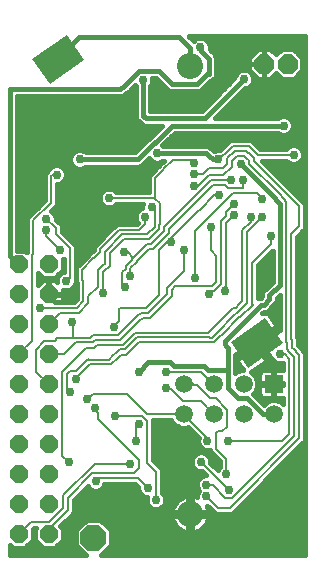
<source format=gbl>
G75*
%MOIN*%
%OFA0B0*%
%FSLAX24Y24*%
%IPPOS*%
%LPD*%
%AMOC8*
5,1,8,0,0,1.08239X$1,22.5*
%
%ADD10R,0.0591X0.0591*%
%ADD11C,0.0591*%
%ADD12OC8,0.0660*%
%ADD13OC8,0.0600*%
%ADD14C,0.0868*%
%ADD15OC8,0.0850*%
%ADD16R,0.1024X0.1417*%
%ADD17C,0.0160*%
%ADD18C,0.0300*%
%ADD19C,0.0080*%
D10*
X011949Y010885D03*
D11*
X011949Y009885D03*
X010949Y009885D03*
X010949Y010885D03*
X009949Y010885D03*
X009949Y009885D03*
X008949Y009885D03*
X008949Y010885D03*
D12*
X011633Y021557D03*
X012421Y021557D03*
D13*
X004457Y014874D03*
X004457Y013874D03*
X004457Y012874D03*
X004457Y011874D03*
X004457Y010874D03*
X004457Y009874D03*
X004457Y008874D03*
X004457Y007874D03*
X004457Y006874D03*
X004457Y005874D03*
X003457Y005874D03*
X003457Y006874D03*
X003457Y007874D03*
X003457Y008874D03*
X003457Y009874D03*
X003457Y010874D03*
X003457Y011874D03*
X003457Y012874D03*
X003457Y013874D03*
X003457Y014874D03*
D14*
X009173Y021499D03*
X009173Y006551D03*
D15*
X005946Y005766D03*
D16*
G36*
X011673Y013082D02*
X012260Y012244D01*
X011101Y011432D01*
X010514Y012270D01*
X011673Y013082D01*
G37*
G36*
X005057Y022532D02*
X005644Y021694D01*
X004485Y020882D01*
X003898Y021720D01*
X005057Y022532D01*
G37*
D17*
X003160Y005520D02*
X003160Y005186D01*
X005698Y005186D01*
X005361Y005524D01*
X005361Y006008D01*
X005703Y006351D01*
X006188Y006351D01*
X006531Y006008D01*
X006531Y005524D01*
X006193Y005186D01*
X013000Y005186D01*
X013000Y022470D01*
X009141Y022470D01*
X009284Y022327D01*
X009330Y022373D01*
X009444Y022420D01*
X009567Y022420D01*
X009681Y022373D01*
X009768Y022286D01*
X009816Y022172D01*
X009816Y022048D01*
X009814Y022045D01*
X009989Y021870D01*
X010026Y021782D01*
X010026Y021182D01*
X009989Y021094D01*
X009922Y021027D01*
X009914Y021019D01*
X009845Y020990D01*
X009538Y020683D01*
X009449Y020646D01*
X008522Y020646D01*
X008434Y020683D01*
X008366Y020750D01*
X008030Y021086D01*
X007907Y021086D01*
X007912Y021076D01*
X007912Y020952D01*
X007864Y020838D01*
X007842Y020816D01*
X007842Y019982D01*
X009550Y019982D01*
X010644Y021075D01*
X010644Y021108D01*
X010691Y021222D01*
X010778Y021309D01*
X010892Y021356D01*
X011015Y021356D01*
X011129Y021309D01*
X011216Y021222D01*
X011264Y021108D01*
X011264Y020984D01*
X011216Y020870D01*
X011129Y020783D01*
X011015Y020736D01*
X010983Y020736D01*
X009989Y019742D01*
X012083Y019742D01*
X012106Y019765D01*
X012220Y019812D01*
X012343Y019812D01*
X012457Y019765D01*
X012544Y019678D01*
X012592Y019564D01*
X012592Y019440D01*
X012544Y019326D01*
X012457Y019239D01*
X012343Y019192D01*
X012220Y019192D01*
X012106Y019239D01*
X012083Y019262D01*
X008653Y019262D01*
X008232Y018841D01*
X008241Y018837D01*
X008264Y018814D01*
X009648Y018814D01*
X009662Y018818D01*
X009695Y018814D01*
X009729Y018814D01*
X009742Y018809D01*
X009756Y018807D01*
X009786Y018790D01*
X009818Y018777D01*
X009828Y018767D01*
X009858Y018750D01*
X009890Y018737D01*
X009900Y018727D01*
X009912Y018721D01*
X009933Y018694D01*
X009970Y018657D01*
X010036Y018684D01*
X010157Y018684D01*
X010223Y018750D01*
X010239Y018750D01*
X010394Y018905D01*
X010511Y019022D01*
X011212Y019022D01*
X011500Y018734D01*
X012379Y018734D01*
X012442Y018797D01*
X012556Y018844D01*
X012679Y018844D01*
X012793Y018797D01*
X012880Y018710D01*
X012928Y018596D01*
X012928Y018472D01*
X012880Y018358D01*
X012793Y018271D01*
X012679Y018224D01*
X012556Y018224D01*
X012442Y018271D01*
X012379Y018334D01*
X011548Y018334D01*
X012624Y017259D01*
X012640Y017256D01*
X012681Y017201D01*
X012717Y017165D01*
X012772Y017124D01*
X012774Y017108D01*
X012994Y016889D01*
X012994Y016417D01*
X012994Y016417D01*
X012994Y016334D01*
X012994Y016251D01*
X012994Y016251D01*
X012994Y016251D01*
X012986Y016243D01*
X012986Y016059D01*
X012750Y015824D01*
X012748Y015808D01*
X012730Y015794D01*
X012730Y013889D01*
X012746Y013873D01*
X012746Y013837D01*
X012762Y013805D01*
X012746Y013758D01*
X012746Y013217D01*
X012746Y013217D01*
X012746Y013134D01*
X012746Y013051D01*
X012746Y013051D01*
X012746Y013051D01*
X012730Y013035D01*
X012730Y012449D01*
X012754Y012425D01*
X012754Y012409D01*
X012763Y012396D01*
X012754Y012328D01*
X012754Y012305D01*
X012762Y012297D01*
X012762Y012297D01*
X012762Y012297D01*
X012762Y012214D01*
X012762Y012185D01*
X012765Y012181D01*
X012826Y012121D01*
X012826Y012121D01*
X012828Y012118D01*
X012828Y012118D01*
X012876Y012070D01*
X012897Y012049D01*
X012946Y012001D01*
X012946Y012001D01*
X012947Y012000D01*
X012994Y011953D01*
X012994Y011953D01*
X012994Y011860D01*
X012994Y011787D01*
X012994Y011787D01*
X012994Y008987D01*
X012876Y008870D01*
X010564Y006558D01*
X010007Y006558D01*
X009890Y006675D01*
X009733Y006832D01*
X009719Y006832D01*
X009742Y006786D01*
X009772Y006694D01*
X009784Y006615D01*
X009237Y006615D01*
X009108Y006615D01*
X009108Y006486D01*
X008561Y006486D01*
X008574Y006407D01*
X008604Y006315D01*
X008648Y006229D01*
X008704Y006151D01*
X008773Y006082D01*
X008851Y006025D01*
X008937Y005982D01*
X009029Y005952D01*
X009108Y005939D01*
X009108Y006486D01*
X009237Y006486D01*
X009237Y005939D01*
X009317Y005952D01*
X009408Y005982D01*
X009495Y006025D01*
X009573Y006082D01*
X009641Y006151D01*
X009698Y006229D01*
X009742Y006315D01*
X009772Y006407D01*
X009784Y006486D01*
X009237Y006486D01*
X009237Y006615D01*
X009237Y007162D01*
X009317Y007150D01*
X009396Y007124D01*
X009396Y007204D01*
X009443Y007318D01*
X009459Y007334D01*
X009443Y007350D01*
X009396Y007464D01*
X009396Y007588D01*
X009443Y007702D01*
X009530Y007789D01*
X009644Y007836D01*
X009705Y007836D01*
X009557Y007984D01*
X009468Y007984D01*
X009354Y008031D01*
X009267Y008118D01*
X009220Y008232D01*
X009220Y008356D01*
X009267Y008470D01*
X009354Y008557D01*
X009468Y008604D01*
X009591Y008604D01*
X009705Y008557D01*
X009792Y008470D01*
X009840Y008356D01*
X009840Y008267D01*
X010086Y008020D01*
X010107Y008070D01*
X010162Y008124D01*
X010162Y008315D01*
X009963Y008513D01*
X009947Y008516D01*
X009906Y008571D01*
X009858Y008619D01*
X009858Y008627D01*
X009834Y008651D01*
X009834Y008667D01*
X009825Y008679D01*
X009807Y008672D01*
X009684Y008672D01*
X009570Y008719D01*
X009483Y008806D01*
X009436Y008920D01*
X009436Y009044D01*
X009451Y009081D01*
X009084Y009448D01*
X009039Y009430D01*
X008858Y009430D01*
X008691Y009499D01*
X008563Y009627D01*
X008542Y009678D01*
X007946Y009678D01*
X007946Y009478D01*
X007946Y009395D01*
X007946Y009395D01*
X007938Y009387D01*
X007938Y009355D01*
X007922Y009339D01*
X007922Y008345D01*
X008226Y008041D01*
X008226Y007268D01*
X008288Y007206D01*
X008336Y007092D01*
X008336Y006968D01*
X008288Y006854D01*
X008201Y006767D01*
X008087Y006720D01*
X007964Y006720D01*
X007850Y006767D01*
X007763Y006854D01*
X007716Y006968D01*
X007716Y007092D01*
X007721Y007104D01*
X007692Y007104D01*
X007578Y007151D01*
X007491Y007238D01*
X007444Y007352D01*
X007444Y007441D01*
X007343Y007542D01*
X006313Y007542D01*
X006280Y007462D01*
X006193Y007375D01*
X006079Y007328D01*
X005956Y007328D01*
X005842Y007375D01*
X005755Y007462D01*
X005751Y007472D01*
X005298Y007019D01*
X005298Y006603D01*
X005180Y006486D01*
X005180Y006486D01*
X004838Y006143D01*
X004917Y006064D01*
X004917Y005683D01*
X004647Y005414D01*
X004266Y005414D01*
X003997Y005683D01*
X003997Y006064D01*
X004026Y006094D01*
X003956Y006094D01*
X003917Y006054D01*
X003917Y005683D01*
X003647Y005414D01*
X003266Y005414D01*
X003160Y005520D01*
X003160Y005509D02*
X003171Y005509D01*
X003160Y005350D02*
X005534Y005350D01*
X005693Y005192D02*
X003160Y005192D01*
X003742Y005509D02*
X004171Y005509D01*
X004013Y005667D02*
X003900Y005667D01*
X003917Y005826D02*
X003997Y005826D01*
X003997Y005984D02*
X003917Y005984D01*
X004742Y005509D02*
X005376Y005509D01*
X005361Y005667D02*
X004900Y005667D01*
X004917Y005826D02*
X005361Y005826D01*
X005361Y005984D02*
X004917Y005984D01*
X004838Y006143D02*
X005495Y006143D01*
X005653Y006301D02*
X004995Y006301D01*
X005154Y006460D02*
X008565Y006460D01*
X008561Y006615D02*
X009108Y006615D01*
X009108Y007162D01*
X009029Y007150D01*
X008937Y007120D01*
X008851Y007076D01*
X008773Y007019D01*
X008704Y006951D01*
X008648Y006872D01*
X008604Y006786D01*
X008574Y006694D01*
X008561Y006615D01*
X008562Y006618D02*
X005298Y006618D01*
X005298Y006777D02*
X007841Y006777D01*
X007729Y006935D02*
X005298Y006935D01*
X005372Y007094D02*
X007716Y007094D01*
X007485Y007252D02*
X005530Y007252D01*
X005689Y007411D02*
X005807Y007411D01*
X006229Y007411D02*
X007444Y007411D01*
X008063Y008203D02*
X009232Y008203D01*
X009222Y008362D02*
X007922Y008362D01*
X007922Y008520D02*
X009317Y008520D01*
X009470Y008837D02*
X007922Y008837D01*
X007922Y008679D02*
X009668Y008679D01*
X009823Y008679D02*
X009825Y008679D01*
X009742Y008520D02*
X009944Y008520D01*
X009837Y008362D02*
X010115Y008362D01*
X010162Y008203D02*
X009903Y008203D01*
X010062Y008045D02*
X010096Y008045D01*
X009655Y007886D02*
X008226Y007886D01*
X008226Y007728D02*
X009469Y007728D01*
X009396Y007569D02*
X008226Y007569D01*
X008226Y007411D02*
X009418Y007411D01*
X009416Y007252D02*
X008242Y007252D01*
X008335Y007094D02*
X008886Y007094D01*
X009108Y007094D02*
X009237Y007094D01*
X009237Y006935D02*
X009108Y006935D01*
X009108Y006777D02*
X009237Y006777D01*
X009237Y006618D02*
X009108Y006618D01*
X009173Y006551D02*
X010562Y006551D01*
X012994Y008982D01*
X012994Y012350D01*
X012922Y012350D01*
X012994Y012422D01*
X012994Y015686D01*
X012922Y015758D01*
X012994Y015830D01*
X012994Y016246D01*
X012994Y016246D01*
X012994Y019950D01*
X012922Y020022D01*
X013000Y020091D02*
X010338Y020091D01*
X010496Y020249D02*
X013000Y020249D01*
X013000Y020408D02*
X010655Y020408D01*
X010813Y020566D02*
X013000Y020566D01*
X013000Y020725D02*
X010972Y020725D01*
X010954Y021046D02*
X009650Y019742D01*
X007690Y019742D01*
X007602Y019830D01*
X007602Y021014D01*
X007842Y020725D02*
X008392Y020725D01*
X008233Y020883D02*
X007883Y020883D01*
X007912Y021042D02*
X008075Y021042D01*
X008130Y021326D02*
X008570Y020886D01*
X009402Y020886D01*
X009738Y021222D01*
X009778Y021222D01*
X009786Y021230D01*
X009786Y021734D01*
X009546Y021974D01*
X009546Y022038D01*
X009506Y022110D01*
X009506Y022110D01*
X009744Y022310D02*
X013000Y022310D01*
X013000Y022468D02*
X009143Y022468D01*
X008810Y022462D02*
X009178Y022094D01*
X009178Y021502D01*
X009173Y021499D01*
X009580Y020725D02*
X010293Y020725D01*
X010451Y020883D02*
X009738Y020883D01*
X009937Y021042D02*
X010610Y021042D01*
X010682Y021200D02*
X010026Y021200D01*
X010026Y021359D02*
X011123Y021359D01*
X011123Y021346D02*
X011422Y021047D01*
X011633Y021047D01*
X011633Y021557D01*
X011633Y021557D01*
X011123Y021557D01*
X011123Y021346D01*
X011123Y021517D02*
X010026Y021517D01*
X010026Y021676D02*
X011123Y021676D01*
X011123Y021769D02*
X011123Y021557D01*
X011633Y021557D01*
X011633Y021557D01*
X011633Y021047D01*
X011845Y021047D01*
X012041Y021244D01*
X012218Y021067D01*
X012624Y021067D01*
X012911Y021355D01*
X012911Y021760D01*
X012624Y022047D01*
X012218Y022047D01*
X012041Y021871D01*
X011845Y022067D01*
X011633Y022067D01*
X011422Y022067D01*
X011123Y021769D01*
X011189Y021834D02*
X010004Y021834D01*
X009866Y021993D02*
X011347Y021993D01*
X011633Y021993D02*
X011633Y021993D01*
X011633Y022067D02*
X011633Y021558D01*
X011634Y021558D02*
X011633Y021557D01*
X011633Y021558D02*
X011633Y021558D01*
X011634Y021558D02*
X011634Y022390D01*
X011633Y022067D02*
X011633Y021558D01*
X011633Y021517D02*
X011633Y021517D01*
X011633Y021359D02*
X011633Y021359D01*
X011633Y021200D02*
X011633Y021200D01*
X011997Y021200D02*
X012085Y021200D01*
X011633Y021676D02*
X011633Y021676D01*
X011633Y021834D02*
X011633Y021834D01*
X011920Y021993D02*
X012163Y021993D01*
X012679Y021993D02*
X013000Y021993D01*
X013000Y022151D02*
X009816Y022151D01*
X008810Y022462D02*
X005450Y022462D01*
X005410Y022390D01*
X004778Y021758D01*
X004778Y021710D01*
X004771Y021707D01*
X003402Y020470D02*
X006873Y020470D01*
X006962Y020507D01*
X007012Y020557D01*
X007042Y020574D01*
X007074Y020587D01*
X007084Y020597D01*
X007096Y020603D01*
X007117Y020630D01*
X007335Y020848D01*
X007339Y020838D01*
X007362Y020816D01*
X007362Y019782D01*
X007398Y019694D01*
X007486Y019606D01*
X007554Y019539D01*
X007642Y019502D01*
X008214Y019502D01*
X007326Y018614D01*
X005680Y018614D01*
X005657Y018637D01*
X005543Y018684D01*
X005420Y018684D01*
X005306Y018637D01*
X005219Y018550D01*
X005172Y018436D01*
X005172Y018312D01*
X005219Y018198D01*
X005306Y018111D01*
X005420Y018064D01*
X005543Y018064D01*
X005657Y018111D01*
X005680Y018134D01*
X007473Y018134D01*
X007562Y018171D01*
X007799Y018408D01*
X007803Y018398D01*
X007890Y018311D01*
X008004Y018264D01*
X008127Y018264D01*
X008241Y018311D01*
X008264Y018334D01*
X008287Y018334D01*
X008179Y018227D01*
X008163Y018224D01*
X008122Y018169D01*
X008074Y018121D01*
X008074Y018113D01*
X007888Y017928D01*
X007794Y017833D01*
X007794Y017286D01*
X006712Y017286D01*
X006649Y017349D01*
X006535Y017396D01*
X006412Y017396D01*
X006298Y017349D01*
X006211Y017262D01*
X006164Y017148D01*
X006164Y017024D01*
X006211Y016910D01*
X006298Y016823D01*
X006412Y016776D01*
X006535Y016776D01*
X006649Y016823D01*
X006712Y016886D01*
X007586Y016886D01*
X007572Y016852D01*
X007572Y016747D01*
X007498Y016717D01*
X007411Y016630D01*
X007364Y016516D01*
X007364Y016392D01*
X007411Y016278D01*
X007425Y016264D01*
X007391Y016230D01*
X006727Y016230D01*
X006716Y016219D01*
X006610Y016113D01*
X005965Y015468D01*
X005954Y015457D01*
X005954Y015361D01*
X005863Y015270D01*
X005855Y015270D01*
X005806Y015221D01*
X005751Y015180D01*
X005749Y015164D01*
X005487Y014902D01*
X005487Y014902D01*
X005370Y014785D01*
X005370Y014372D01*
X005360Y014304D01*
X005370Y014291D01*
X005370Y014275D01*
X005394Y014251D01*
X005394Y013827D01*
X005402Y013819D01*
X005402Y013729D01*
X005303Y013630D01*
X004892Y013630D01*
X004937Y013675D01*
X004937Y013854D01*
X004477Y013854D01*
X004477Y013894D01*
X004937Y013894D01*
X004937Y014026D01*
X004980Y014008D01*
X005103Y014008D01*
X005217Y014055D01*
X005304Y014142D01*
X005352Y014256D01*
X005352Y014345D01*
X005354Y014347D01*
X005354Y015489D01*
X005236Y015606D01*
X004890Y015953D01*
X004890Y016063D01*
X004906Y016105D01*
X004890Y016143D01*
X004890Y016185D01*
X004858Y016216D01*
X004841Y016257D01*
X004802Y016272D01*
X004772Y016302D01*
X004748Y016302D01*
X004688Y016363D01*
X004688Y016452D01*
X004640Y016566D01*
X004553Y016653D01*
X004543Y016657D01*
X004730Y016843D01*
X004730Y017552D01*
X004775Y017552D01*
X004889Y017599D01*
X004976Y017686D01*
X005024Y017800D01*
X005024Y017924D01*
X004976Y018038D01*
X004889Y018125D01*
X004775Y018172D01*
X004652Y018172D01*
X004538Y018125D01*
X004463Y018050D01*
X004451Y018048D01*
X004410Y017993D01*
X004386Y017969D01*
X004358Y017950D01*
X004350Y017914D01*
X004328Y017884D01*
X004330Y017872D01*
X004330Y017810D01*
X004317Y017748D01*
X004330Y017729D01*
X004330Y017009D01*
X003863Y016542D01*
X003746Y016425D01*
X003746Y016049D01*
X003722Y016025D01*
X003722Y016009D01*
X003712Y015996D01*
X003722Y015928D01*
X003722Y015289D01*
X003707Y015274D01*
X003647Y015334D01*
X003402Y015334D01*
X003402Y020470D01*
X003402Y020408D02*
X007362Y020408D01*
X007362Y020566D02*
X007029Y020566D01*
X007212Y020725D02*
X007362Y020725D01*
X007362Y020249D02*
X003402Y020249D01*
X003402Y020091D02*
X007362Y020091D01*
X007362Y019932D02*
X003402Y019932D01*
X003402Y019774D02*
X007365Y019774D01*
X007477Y019615D02*
X003402Y019615D01*
X003402Y019457D02*
X008169Y019457D01*
X008010Y019298D02*
X003402Y019298D01*
X003402Y019140D02*
X007852Y019140D01*
X007693Y018981D02*
X003402Y018981D01*
X003402Y018823D02*
X007535Y018823D01*
X007376Y018664D02*
X005592Y018664D01*
X005372Y018664D02*
X003402Y018664D01*
X003402Y018506D02*
X005201Y018506D01*
X005172Y018347D02*
X003402Y018347D01*
X003402Y018189D02*
X005229Y018189D01*
X004980Y018030D02*
X007991Y018030D01*
X008136Y018189D02*
X007580Y018189D01*
X007738Y018347D02*
X007854Y018347D01*
X008066Y018574D02*
X009682Y018574D01*
X009754Y018534D01*
X009914Y018374D01*
X010098Y018374D01*
X009988Y018664D02*
X009963Y018664D01*
X010311Y018823D02*
X008255Y018823D01*
X008372Y018981D02*
X010470Y018981D01*
X010850Y018230D02*
X010850Y018222D01*
X011882Y017190D01*
X011882Y017182D01*
X012138Y016926D01*
X012138Y016910D01*
X012170Y016878D01*
X012170Y015694D01*
X012162Y015686D01*
X012162Y014190D01*
X011810Y013838D01*
X011810Y013710D01*
X011626Y013526D01*
X011530Y013526D01*
X010338Y012334D01*
X010338Y012238D01*
X010346Y012230D01*
X010378Y012150D01*
X010426Y012102D01*
X010426Y011406D01*
X010378Y011358D01*
X009762Y011358D01*
X009618Y011502D01*
X008618Y011502D01*
X008506Y011614D01*
X007778Y011614D01*
X007450Y011286D01*
X007450Y011278D01*
X007946Y009630D02*
X008562Y009630D01*
X008759Y009471D02*
X007946Y009471D01*
X007946Y009395D02*
X007946Y009395D01*
X007922Y009313D02*
X009220Y009313D01*
X009379Y009154D02*
X007922Y009154D01*
X007922Y008996D02*
X009436Y008996D01*
X009341Y008045D02*
X008222Y008045D01*
X008322Y006935D02*
X008693Y006935D01*
X008601Y006777D02*
X008211Y006777D01*
X008210Y006190D02*
X006722Y006190D01*
X006531Y005984D02*
X008932Y005984D01*
X009108Y005984D02*
X009237Y005984D01*
X009237Y006143D02*
X009108Y006143D01*
X009108Y006301D02*
X009237Y006301D01*
X009237Y006460D02*
X009108Y006460D01*
X009413Y005984D02*
X013000Y005984D01*
X013000Y005826D02*
X006531Y005826D01*
X006531Y005667D02*
X013000Y005667D01*
X013000Y005509D02*
X006515Y005509D01*
X006357Y005350D02*
X013000Y005350D01*
X013000Y005192D02*
X006198Y005192D01*
X006396Y006143D02*
X008712Y006143D01*
X008611Y006301D02*
X006238Y006301D01*
X009633Y006143D02*
X013000Y006143D01*
X013000Y006301D02*
X009735Y006301D01*
X009780Y006460D02*
X013000Y006460D01*
X013000Y006618D02*
X010624Y006618D01*
X010783Y006777D02*
X013000Y006777D01*
X013000Y006935D02*
X010941Y006935D01*
X011100Y007094D02*
X013000Y007094D01*
X013000Y007252D02*
X011258Y007252D01*
X011417Y007411D02*
X013000Y007411D01*
X013000Y007569D02*
X011575Y007569D01*
X011734Y007728D02*
X013000Y007728D01*
X013000Y007886D02*
X011892Y007886D01*
X012051Y008045D02*
X013000Y008045D01*
X013000Y008203D02*
X012209Y008203D01*
X012368Y008362D02*
X013000Y008362D01*
X013000Y008520D02*
X012526Y008520D01*
X012685Y008679D02*
X013000Y008679D01*
X013000Y008837D02*
X012843Y008837D01*
X012994Y008996D02*
X013000Y008996D01*
X012994Y009154D02*
X013000Y009154D01*
X012994Y009313D02*
X013000Y009313D01*
X012994Y009471D02*
X013000Y009471D01*
X012994Y009630D02*
X013000Y009630D01*
X012994Y009788D02*
X013000Y009788D01*
X012994Y009947D02*
X013000Y009947D01*
X012994Y010105D02*
X013000Y010105D01*
X012994Y010264D02*
X013000Y010264D01*
X012994Y010422D02*
X013000Y010422D01*
X012994Y010581D02*
X013000Y010581D01*
X012994Y010739D02*
X013000Y010739D01*
X012994Y010898D02*
X013000Y010898D01*
X012994Y011056D02*
X013000Y011056D01*
X012994Y011215D02*
X013000Y011215D01*
X012994Y011373D02*
X013000Y011373D01*
X012994Y011532D02*
X013000Y011532D01*
X012994Y011690D02*
X013000Y011690D01*
X012994Y011849D02*
X013000Y011849D01*
X012994Y011953D02*
X012994Y011953D01*
X013000Y012007D02*
X012939Y012007D01*
X013000Y012166D02*
X012781Y012166D01*
X012754Y012324D02*
X013000Y012324D01*
X013000Y012483D02*
X012730Y012483D01*
X012730Y012641D02*
X013000Y012641D01*
X013000Y012800D02*
X012730Y012800D01*
X012730Y012958D02*
X013000Y012958D01*
X013000Y013117D02*
X012746Y013117D01*
X012746Y013275D02*
X013000Y013275D01*
X013000Y013434D02*
X012746Y013434D01*
X012746Y013592D02*
X013000Y013592D01*
X013000Y013751D02*
X012746Y013751D01*
X012730Y013909D02*
X013000Y013909D01*
X013000Y014068D02*
X012730Y014068D01*
X012730Y014226D02*
X013000Y014226D01*
X013000Y014385D02*
X012730Y014385D01*
X012730Y014543D02*
X013000Y014543D01*
X013000Y014702D02*
X012730Y014702D01*
X012730Y014860D02*
X013000Y014860D01*
X013000Y015019D02*
X012730Y015019D01*
X012730Y015177D02*
X013000Y015177D01*
X013000Y015336D02*
X012730Y015336D01*
X012730Y015494D02*
X013000Y015494D01*
X013000Y015653D02*
X012730Y015653D01*
X012748Y015811D02*
X013000Y015811D01*
X013000Y015970D02*
X012896Y015970D01*
X012986Y016128D02*
X013000Y016128D01*
X012994Y016287D02*
X013000Y016287D01*
X012994Y016445D02*
X013000Y016445D01*
X012994Y016604D02*
X013000Y016604D01*
X012994Y016762D02*
X013000Y016762D01*
X013000Y016921D02*
X012962Y016921D01*
X013000Y017079D02*
X012803Y017079D01*
X012654Y017238D02*
X013000Y017238D01*
X013000Y017396D02*
X012486Y017396D01*
X012328Y017555D02*
X013000Y017555D01*
X013000Y017713D02*
X012169Y017713D01*
X012011Y017872D02*
X013000Y017872D01*
X013000Y018030D02*
X011852Y018030D01*
X011694Y018189D02*
X013000Y018189D01*
X013000Y018347D02*
X012869Y018347D01*
X012928Y018506D02*
X013000Y018506D01*
X013000Y018664D02*
X012899Y018664D01*
X013000Y018823D02*
X012731Y018823D01*
X012504Y018823D02*
X011412Y018823D01*
X011253Y018981D02*
X013000Y018981D01*
X013000Y019140D02*
X008531Y019140D01*
X008554Y019502D02*
X012282Y019502D01*
X012436Y019774D02*
X013000Y019774D01*
X013000Y019932D02*
X010179Y019932D01*
X010021Y019774D02*
X012127Y019774D01*
X012570Y019615D02*
X013000Y019615D01*
X013000Y019457D02*
X012592Y019457D01*
X012516Y019298D02*
X013000Y019298D01*
X013000Y020883D02*
X011222Y020883D01*
X011264Y021042D02*
X013000Y021042D01*
X013000Y021200D02*
X012756Y021200D01*
X012911Y021359D02*
X013000Y021359D01*
X013000Y021517D02*
X012911Y021517D01*
X012911Y021676D02*
X013000Y021676D01*
X013000Y021834D02*
X012837Y021834D01*
X011270Y021200D02*
X011225Y021200D01*
X010134Y020566D02*
X007842Y020566D01*
X007842Y020408D02*
X009976Y020408D01*
X009817Y020249D02*
X007842Y020249D01*
X007842Y020091D02*
X009659Y020091D01*
X008554Y019502D02*
X007426Y018374D01*
X005482Y018374D01*
X005024Y017872D02*
X007832Y017872D01*
X007794Y017713D02*
X004987Y017713D01*
X004781Y017555D02*
X007794Y017555D01*
X007794Y017396D02*
X004730Y017396D01*
X004730Y017238D02*
X006201Y017238D01*
X006164Y017079D02*
X004730Y017079D01*
X004730Y016921D02*
X006207Y016921D01*
X005970Y016734D02*
X005802Y016734D01*
X005762Y016662D01*
X005762Y016230D01*
X006946Y016230D01*
X007018Y016302D01*
X007364Y016445D02*
X004688Y016445D01*
X004602Y016604D02*
X007400Y016604D01*
X007407Y016287D02*
X004788Y016287D01*
X004896Y016128D02*
X006625Y016128D01*
X006610Y016113D02*
X006610Y016113D01*
X006466Y015970D02*
X004890Y015970D01*
X005031Y015811D02*
X006308Y015811D01*
X006149Y015653D02*
X005190Y015653D01*
X005236Y015606D02*
X005236Y015606D01*
X005348Y015494D02*
X005991Y015494D01*
X005928Y015336D02*
X005354Y015336D01*
X005354Y015177D02*
X005751Y015177D01*
X005762Y015198D02*
X005362Y014798D01*
X005362Y014278D01*
X005394Y014246D01*
X005394Y013902D01*
X005370Y013878D01*
X005330Y013806D01*
X005226Y013726D01*
X005130Y013630D01*
X004650Y013630D01*
X004482Y013798D01*
X004457Y013874D01*
X004458Y013878D01*
X004477Y013894D02*
X004437Y013894D01*
X004437Y014354D01*
X004258Y014354D01*
X004098Y014194D01*
X004098Y014582D01*
X004266Y014414D01*
X004647Y014414D01*
X004917Y014683D01*
X004917Y015052D01*
X004954Y015067D01*
X004954Y014617D01*
X004866Y014581D01*
X004779Y014494D01*
X004732Y014380D01*
X004732Y014278D01*
X004655Y014354D01*
X004477Y014354D01*
X004477Y013894D01*
X004477Y013909D02*
X004437Y013909D01*
X004437Y014068D02*
X004477Y014068D01*
X004477Y014226D02*
X004437Y014226D01*
X004130Y014226D02*
X004098Y014226D01*
X004098Y014385D02*
X004734Y014385D01*
X004776Y014543D02*
X004828Y014543D01*
X004917Y014702D02*
X004954Y014702D01*
X004954Y014860D02*
X004917Y014860D01*
X004917Y015019D02*
X004954Y015019D01*
X005354Y015019D02*
X005603Y015019D01*
X005445Y014860D02*
X005354Y014860D01*
X005354Y014702D02*
X005370Y014702D01*
X005354Y014543D02*
X005370Y014543D01*
X005354Y014385D02*
X005370Y014385D01*
X005394Y014226D02*
X005339Y014226D01*
X005394Y014068D02*
X005230Y014068D01*
X005330Y013806D02*
X005290Y013774D01*
X005402Y013751D02*
X004937Y013751D01*
X004937Y013909D02*
X005394Y013909D01*
X005762Y015198D02*
X005762Y016230D01*
X005802Y016734D02*
X005586Y016950D01*
X004648Y016762D02*
X007572Y016762D01*
X006826Y020710D02*
X006866Y020750D01*
X006938Y020790D01*
X007474Y021326D01*
X008130Y021326D01*
X006826Y020710D02*
X003162Y020710D01*
X003162Y015166D01*
X003450Y014878D01*
X003457Y014874D01*
X003402Y015336D02*
X003722Y015336D01*
X003722Y015494D02*
X003402Y015494D01*
X003402Y015653D02*
X003722Y015653D01*
X003722Y015811D02*
X003402Y015811D01*
X003402Y015970D02*
X003716Y015970D01*
X003746Y016128D02*
X003402Y016128D01*
X003402Y016287D02*
X003746Y016287D01*
X003766Y016445D02*
X003402Y016445D01*
X003402Y016604D02*
X003924Y016604D01*
X004083Y016762D02*
X003402Y016762D01*
X003402Y016921D02*
X004241Y016921D01*
X004330Y017079D02*
X003402Y017079D01*
X003402Y017238D02*
X004330Y017238D01*
X004330Y017396D02*
X003402Y017396D01*
X003402Y017555D02*
X004330Y017555D01*
X004330Y017713D02*
X003402Y017713D01*
X003402Y017872D02*
X004330Y017872D01*
X004438Y018030D02*
X003402Y018030D01*
X004098Y014543D02*
X004137Y014543D01*
X009745Y006777D02*
X009788Y006777D01*
X009784Y006618D02*
X009947Y006618D01*
X011594Y009886D02*
X011058Y010422D01*
X010762Y010422D01*
X010426Y010758D01*
X010426Y011406D01*
X010666Y011373D02*
X010922Y011373D01*
X010945Y011340D02*
X010858Y011340D01*
X010691Y011271D01*
X010666Y011246D01*
X010666Y011454D01*
X010666Y011850D01*
X011276Y012277D01*
X011368Y012146D01*
X011499Y012238D01*
X011407Y012369D01*
X012069Y012833D01*
X011808Y013206D01*
X011772Y013236D01*
X011729Y013256D01*
X011682Y013264D01*
X011635Y013260D01*
X011590Y013244D01*
X011579Y013236D01*
X011629Y013286D01*
X011673Y013286D01*
X011762Y013323D01*
X011946Y013507D01*
X012013Y013574D01*
X012050Y013662D01*
X012050Y013739D01*
X012170Y013859D01*
X012170Y013267D01*
X012147Y013230D01*
X012157Y013193D01*
X012149Y013156D01*
X012170Y013125D01*
X012170Y012689D01*
X012161Y012702D01*
X011499Y012238D01*
X011850Y011737D01*
X011879Y011757D01*
X011899Y011710D01*
X011986Y011623D01*
X012100Y011576D01*
X012223Y011576D01*
X012274Y011597D01*
X012274Y011359D01*
X012268Y011360D01*
X011967Y011360D01*
X011967Y010903D01*
X012274Y010903D01*
X012274Y010867D01*
X011967Y010867D01*
X011967Y010903D01*
X011930Y010903D01*
X011930Y010867D01*
X011474Y010867D01*
X011474Y010566D01*
X011486Y010520D01*
X011510Y010479D01*
X011543Y010446D01*
X011584Y010422D01*
X011397Y010422D01*
X011474Y010581D02*
X011288Y010581D01*
X011263Y010556D02*
X011335Y010627D01*
X011404Y010794D01*
X011404Y010976D01*
X011335Y011143D01*
X011207Y011271D01*
X011193Y011277D01*
X011719Y011645D01*
X011368Y012146D01*
X010705Y011682D01*
X010945Y011340D01*
X010811Y011532D02*
X010666Y011532D01*
X010666Y011690D02*
X010717Y011690D01*
X010666Y011849D02*
X010943Y011849D01*
X010890Y012007D02*
X011169Y012007D01*
X011117Y012166D02*
X011354Y012166D01*
X011396Y012166D02*
X011549Y012166D01*
X011394Y012214D02*
X011394Y012254D01*
X011387Y012257D01*
X011394Y012214D02*
X011946Y011662D01*
X011946Y010886D01*
X011949Y010885D01*
X011967Y010898D02*
X012274Y010898D01*
X012274Y011373D02*
X011330Y011373D01*
X011263Y011215D02*
X011476Y011215D01*
X011474Y011204D02*
X011474Y010903D01*
X011930Y010903D01*
X011930Y011360D01*
X011630Y011360D01*
X011584Y011348D01*
X011543Y011324D01*
X011510Y011291D01*
X011486Y011250D01*
X011474Y011204D01*
X011474Y011056D02*
X011371Y011056D01*
X011404Y010898D02*
X011930Y010898D01*
X011930Y010867D02*
X011967Y010867D01*
X011967Y010410D01*
X012268Y010410D01*
X012274Y010411D01*
X012274Y010204D01*
X012207Y010271D01*
X012039Y010340D01*
X011858Y010340D01*
X011691Y010271D01*
X011620Y010200D01*
X011263Y010556D01*
X011381Y010739D02*
X011474Y010739D01*
X011584Y010422D02*
X011630Y010410D01*
X011930Y010410D01*
X011930Y010867D01*
X011930Y010739D02*
X011967Y010739D01*
X011967Y010581D02*
X011930Y010581D01*
X011930Y010422D02*
X011967Y010422D01*
X012214Y010264D02*
X012274Y010264D01*
X011949Y009885D02*
X011946Y009886D01*
X011594Y009886D01*
X011556Y010264D02*
X011684Y010264D01*
X011930Y011056D02*
X011967Y011056D01*
X011967Y011215D02*
X011930Y011215D01*
X012274Y011532D02*
X011557Y011532D01*
X011687Y011690D02*
X011919Y011690D01*
X011771Y011849D02*
X011576Y011849D01*
X011660Y012007D02*
X011465Y012007D01*
X011438Y012324D02*
X011622Y012324D01*
X011569Y012483D02*
X011848Y012483D01*
X011796Y012641D02*
X012075Y012641D01*
X012022Y012800D02*
X012170Y012800D01*
X012170Y012958D02*
X011982Y012958D01*
X011871Y013117D02*
X012170Y013117D01*
X012170Y013275D02*
X011618Y013275D01*
X011873Y013434D02*
X012170Y013434D01*
X012170Y013592D02*
X012021Y013592D01*
X012062Y013751D02*
X012170Y013751D01*
X011858Y014226D02*
X011426Y014226D01*
X011426Y014068D02*
X011700Y014068D01*
X011674Y014041D02*
X011922Y014289D01*
X011922Y015331D01*
X011904Y015308D01*
X011888Y015305D01*
X011426Y014843D01*
X011426Y013743D01*
X011482Y013766D01*
X011526Y013766D01*
X011570Y013809D01*
X011570Y013886D01*
X011606Y013974D01*
X011613Y013980D01*
X011674Y014041D01*
X011674Y014041D01*
X011579Y013909D02*
X011426Y013909D01*
X011498Y013838D02*
X011538Y013910D01*
X011922Y014294D01*
X011922Y014958D01*
X011786Y015094D01*
X011759Y015177D02*
X011922Y015177D01*
X011922Y015019D02*
X011601Y015019D01*
X011442Y014860D02*
X011922Y014860D01*
X011922Y014702D02*
X011426Y014702D01*
X011426Y014543D02*
X011922Y014543D01*
X011922Y014385D02*
X011426Y014385D01*
X011426Y013751D02*
X011444Y013751D01*
D18*
X011498Y013838D03*
X011786Y015094D03*
X011858Y015822D03*
X011570Y016446D03*
X011186Y016446D03*
X010642Y016518D03*
X010642Y016902D03*
X010130Y017174D03*
X010546Y017686D03*
X010850Y018230D03*
X010946Y017670D03*
X011570Y017062D03*
X012618Y018534D03*
X012282Y019502D03*
X012922Y020022D03*
X011634Y022390D03*
X010954Y021046D03*
X009506Y022110D03*
X007602Y021014D03*
X008066Y018574D03*
X007882Y016790D03*
X007674Y016454D03*
X007018Y016302D03*
X006474Y017086D03*
X006842Y017838D03*
X005586Y016950D03*
X005482Y018374D03*
X004714Y017862D03*
X004378Y016390D03*
X004370Y016006D03*
X004826Y015350D03*
X005042Y014318D03*
X005330Y013806D03*
X005242Y012958D03*
X006258Y013918D03*
X006986Y014110D03*
X007178Y014502D03*
X006970Y015286D03*
X008546Y015614D03*
X008954Y015358D03*
X009346Y014414D03*
X009786Y013870D03*
X010346Y013990D03*
X009858Y016110D03*
X009282Y017486D03*
X009282Y017870D03*
X009282Y018262D03*
X010098Y018374D03*
X012922Y015758D03*
X012922Y012350D03*
X012162Y011886D03*
X010434Y008974D03*
X009746Y008982D03*
X009530Y008294D03*
X009706Y007526D03*
X009706Y007142D03*
X010458Y007366D03*
X010370Y007894D03*
X008370Y010750D03*
X008378Y011302D03*
X007450Y011278D03*
X006658Y009822D03*
X006002Y010094D03*
X005714Y010374D03*
X005362Y011062D03*
X005170Y010606D03*
X005114Y008270D03*
X006018Y007638D03*
X006722Y006190D03*
X007754Y007414D03*
X008026Y007030D03*
X008210Y006190D03*
X007162Y008222D03*
X007354Y008998D03*
X007458Y009542D03*
X006618Y012798D03*
X004170Y013406D03*
D19*
X004586Y013406D01*
X004618Y013430D01*
X005386Y013430D01*
X005602Y013646D01*
X005602Y013902D01*
X005594Y013910D01*
X005594Y014326D01*
X005570Y014358D01*
X005570Y014702D01*
X005938Y015070D01*
X005970Y015094D01*
X006154Y015278D01*
X006154Y015374D01*
X006810Y016030D01*
X007474Y016030D01*
X007634Y016190D01*
X007674Y016206D01*
X007674Y016454D01*
X007986Y016686D02*
X007882Y016790D01*
X007986Y016686D02*
X007986Y016134D01*
X007746Y015894D01*
X007594Y015894D01*
X007554Y015878D01*
X007546Y015870D01*
X006882Y015870D01*
X006314Y015302D01*
X006314Y014942D01*
X006314Y014902D01*
X006282Y014878D01*
X006282Y014870D01*
X006090Y014678D01*
X006090Y014134D01*
X005762Y013806D01*
X005762Y013574D01*
X005450Y013262D01*
X004834Y013262D01*
X004482Y012910D01*
X004457Y012874D01*
X004458Y012878D01*
X004722Y012406D02*
X004650Y012334D01*
X004618Y012310D01*
X004298Y012310D01*
X004018Y012030D01*
X004018Y011310D01*
X004042Y011286D01*
X004450Y010878D01*
X004457Y010874D01*
X004898Y011294D02*
X004898Y008486D01*
X005114Y008270D01*
X005906Y007910D02*
X005098Y007102D01*
X005098Y006686D01*
X004458Y006046D01*
X004458Y005878D01*
X004457Y005874D01*
X004474Y006294D02*
X003874Y006294D01*
X003458Y005878D01*
X003457Y005874D01*
X004474Y006294D02*
X004938Y006758D01*
X004938Y007174D01*
X005986Y008222D01*
X007162Y008222D01*
X007290Y007910D02*
X007474Y008094D01*
X007474Y008350D01*
X006098Y009726D01*
X006098Y009878D01*
X006090Y009918D01*
X006066Y009950D01*
X006002Y010014D01*
X006002Y010094D01*
X005722Y010366D02*
X005922Y010566D01*
X007050Y010566D01*
X007738Y009878D01*
X008946Y009878D01*
X008949Y009885D01*
X008970Y009846D01*
X009690Y009126D01*
X009690Y009030D01*
X009722Y009006D01*
X009746Y008982D01*
X010034Y008734D02*
X010058Y008702D01*
X010362Y008398D01*
X010362Y007894D01*
X010370Y007894D01*
X010458Y007366D02*
X009530Y008294D01*
X009706Y007526D02*
X009914Y007526D01*
X010346Y007094D01*
X010570Y007094D01*
X012634Y009158D01*
X012634Y011798D01*
X012466Y011966D01*
X012394Y012038D01*
X012394Y012278D01*
X012370Y012302D01*
X012370Y013166D01*
X012362Y013198D01*
X012370Y013238D01*
X012370Y016926D01*
X012362Y016966D01*
X012338Y016998D01*
X012338Y017014D01*
X012082Y017270D01*
X012082Y017278D01*
X011146Y018214D01*
X011122Y018246D01*
X011122Y018350D01*
X011074Y018398D01*
X011050Y018430D01*
X011034Y018430D01*
X010962Y018502D01*
X010738Y018502D01*
X010554Y018318D01*
X010554Y018126D01*
X010274Y017846D01*
X010250Y017846D01*
X010218Y017862D01*
X010202Y017846D01*
X009794Y017846D01*
X009434Y017486D01*
X009282Y017486D01*
X009282Y017870D02*
X009586Y017870D01*
X009794Y018078D01*
X010266Y018078D01*
X010290Y018110D01*
X010394Y018214D01*
X010394Y018374D01*
X010410Y018406D01*
X010666Y018662D01*
X011034Y018662D01*
X011106Y018590D01*
X011130Y018590D01*
X011290Y018430D01*
X011290Y018414D01*
X011282Y018406D01*
X011282Y018318D01*
X012530Y017070D01*
X012554Y017038D01*
X012586Y017014D01*
X012794Y016806D01*
X012794Y016334D01*
X012786Y016326D01*
X012786Y016142D01*
X012562Y015918D01*
X012530Y015894D01*
X012530Y013822D01*
X012546Y013790D01*
X012546Y013134D01*
X012530Y013118D01*
X012530Y012374D01*
X012554Y012342D01*
X012554Y012222D01*
X012562Y012214D01*
X012562Y012102D01*
X012626Y012038D01*
X012650Y012014D01*
X012746Y011918D01*
X012770Y011894D01*
X012794Y011870D01*
X012794Y009070D01*
X010482Y006758D01*
X010090Y006758D01*
X009706Y007142D01*
X010034Y008734D02*
X010034Y009246D01*
X010066Y009278D01*
X010090Y009310D01*
X010242Y009310D01*
X010386Y009454D01*
X010386Y010022D01*
X010370Y010054D01*
X010018Y010406D01*
X010002Y010406D01*
X009962Y010422D01*
X009818Y010422D01*
X009386Y010854D01*
X009290Y010854D01*
X009258Y010878D01*
X008954Y010878D01*
X008949Y010885D01*
X008514Y010726D02*
X008922Y010318D01*
X009514Y010318D01*
X009946Y009886D01*
X009949Y009885D01*
X010434Y008974D02*
X012218Y008974D01*
X012474Y009230D01*
X012474Y011726D01*
X012314Y011886D01*
X012162Y011886D01*
X010842Y013126D02*
X011250Y013534D01*
X011226Y013566D01*
X011226Y014926D01*
X011794Y015494D01*
X011818Y015526D01*
X011858Y015542D01*
X011858Y015822D01*
X011570Y016446D02*
X011074Y015950D01*
X011066Y015918D01*
X011066Y015510D01*
X011058Y015478D01*
X011058Y013574D01*
X010754Y013270D01*
X010738Y013270D01*
X010714Y013246D01*
X010674Y013230D01*
X010666Y013222D01*
X010642Y013190D01*
X010050Y012598D01*
X010050Y012590D01*
X009890Y012430D01*
X009834Y012430D01*
X009802Y012438D01*
X007386Y012438D01*
X006986Y012038D01*
X006818Y012038D01*
X006730Y011950D01*
X006698Y011926D01*
X006642Y011870D01*
X006610Y011846D01*
X006466Y011702D01*
X005786Y011702D01*
X005754Y011718D01*
X005370Y011334D01*
X005170Y011334D01*
X005058Y011222D01*
X005058Y010718D01*
X005170Y010606D01*
X005362Y011062D02*
X005362Y011078D01*
X005794Y011510D01*
X005818Y011542D01*
X006546Y011542D01*
X006762Y011758D01*
X006794Y011782D01*
X006858Y011846D01*
X007026Y011846D01*
X007458Y012278D01*
X007866Y012278D01*
X007898Y012270D01*
X009962Y012270D01*
X010202Y012510D01*
X010234Y012534D01*
X010810Y013110D01*
X010842Y013126D01*
X010682Y013430D02*
X010810Y013558D01*
X010834Y013582D01*
X010898Y013646D01*
X010898Y015422D01*
X010882Y015454D01*
X010882Y015550D01*
X010906Y015582D01*
X010906Y016014D01*
X011186Y016294D01*
X011186Y016446D01*
X010642Y016518D02*
X010370Y016246D01*
X010370Y015278D01*
X010362Y015246D01*
X010362Y014158D01*
X010346Y014126D01*
X010346Y013990D01*
X010122Y014150D02*
X010202Y014230D01*
X010202Y016310D01*
X010370Y016478D01*
X010370Y016630D01*
X010642Y016902D01*
X010602Y017246D02*
X009346Y015990D01*
X009346Y014414D01*
X008954Y014654D02*
X008394Y014094D01*
X008394Y013870D01*
X007794Y013270D01*
X007770Y013246D01*
X007530Y013246D01*
X007490Y013230D01*
X007458Y013206D01*
X006778Y012526D01*
X005938Y012526D01*
X005842Y012430D01*
X005274Y012430D01*
X005274Y012934D01*
X005242Y012958D01*
X005274Y012430D02*
X005242Y012406D01*
X004722Y012406D01*
X004538Y011878D02*
X004457Y011874D01*
X004498Y011878D01*
X004538Y011878D02*
X004962Y011878D01*
X005354Y012270D01*
X005914Y012270D01*
X006002Y012358D01*
X006842Y012358D01*
X007530Y013046D01*
X007570Y013046D01*
X007594Y013078D01*
X007834Y013078D01*
X008562Y013806D01*
X008562Y014030D01*
X008674Y014142D01*
X009882Y014142D01*
X010034Y014294D01*
X010034Y015166D01*
X009882Y015318D01*
X009858Y015350D01*
X009858Y016110D01*
X009458Y016678D02*
X009490Y016702D01*
X009962Y017174D01*
X010130Y017174D01*
X010434Y017414D02*
X010330Y017518D01*
X009930Y017518D01*
X008466Y016054D01*
X008466Y015918D01*
X007970Y015422D01*
X007938Y015398D01*
X007794Y015398D01*
X007394Y014998D01*
X007394Y014966D01*
X007178Y014750D01*
X007178Y014502D01*
X007018Y014726D02*
X006906Y014614D01*
X006906Y014190D01*
X006986Y014110D01*
X007018Y014726D02*
X007018Y014822D01*
X007226Y015030D01*
X007226Y015038D01*
X007250Y015070D01*
X007266Y015102D01*
X007082Y015286D01*
X006970Y015286D01*
X006954Y015710D02*
X006482Y015238D01*
X006482Y014830D01*
X006418Y014766D01*
X006386Y014742D01*
X006258Y014614D01*
X006258Y013918D01*
X006818Y013414D02*
X006794Y013382D01*
X006794Y012974D01*
X006618Y012798D01*
X006914Y012198D02*
X007314Y012598D01*
X009754Y012598D01*
X010586Y013430D01*
X010682Y013430D01*
X010098Y014118D02*
X010066Y014094D01*
X009954Y013982D01*
X009786Y013982D01*
X009786Y013870D01*
X010098Y014118D02*
X010122Y014150D01*
X008954Y014654D02*
X008954Y015358D01*
X008546Y015614D02*
X008498Y015662D01*
X008470Y015690D01*
X009458Y016678D01*
X009866Y017686D02*
X010546Y017686D01*
X010434Y017414D02*
X010946Y017414D01*
X010946Y017670D01*
X010602Y017246D02*
X011386Y017246D01*
X011570Y017062D01*
X011418Y018534D02*
X012618Y018534D01*
X011418Y018534D02*
X011130Y018822D01*
X010594Y018822D01*
X010322Y018550D01*
X010306Y018550D01*
X010170Y018414D01*
X010098Y018374D01*
X009866Y017686D02*
X008306Y016126D01*
X008306Y015990D01*
X007874Y015558D01*
X007722Y015558D01*
X007266Y015102D01*
X006954Y015710D02*
X007618Y015710D01*
X007658Y015726D01*
X007810Y015726D01*
X008146Y016062D01*
X008146Y016198D01*
X008154Y016230D01*
X008154Y016910D01*
X008002Y017062D01*
X007970Y017086D01*
X007994Y017118D01*
X007994Y017750D01*
X008250Y018006D01*
X008274Y018038D01*
X008602Y018366D01*
X009178Y018366D01*
X009282Y018262D01*
X007970Y017086D02*
X006474Y017086D01*
X006010Y017006D02*
X006842Y017838D01*
X006010Y017006D02*
X006010Y016806D01*
X005970Y016734D01*
X004690Y015870D02*
X005154Y015406D01*
X005154Y014430D01*
X005050Y014326D01*
X005042Y014318D01*
X004826Y015350D02*
X004370Y015806D01*
X004370Y016006D01*
X004650Y016118D02*
X004378Y016390D01*
X004650Y016118D02*
X004690Y016102D01*
X004690Y015870D01*
X003946Y016342D02*
X004530Y016926D01*
X004530Y017790D01*
X004538Y017830D01*
X004562Y017862D01*
X004714Y017862D01*
X003946Y016342D02*
X003946Y015974D01*
X003922Y015942D01*
X003922Y015214D01*
X003898Y015182D01*
X003898Y012334D01*
X003474Y011910D01*
X003457Y011874D01*
X004457Y011874D02*
X004458Y011878D01*
X004898Y011294D02*
X005706Y012102D01*
X005978Y012102D01*
X006074Y012198D01*
X006914Y012198D01*
X006818Y013414D02*
X007706Y013414D01*
X007730Y013438D01*
X008130Y013838D01*
X008130Y015350D01*
X008470Y015690D01*
X008378Y011302D02*
X009530Y011302D01*
X009946Y010886D01*
X009949Y010885D01*
X008514Y010726D02*
X008402Y010726D01*
X008370Y010750D01*
X007562Y009822D02*
X007746Y009638D01*
X007746Y009478D01*
X007738Y009470D01*
X007738Y009438D01*
X007722Y009422D01*
X007722Y008262D01*
X008026Y007958D01*
X008026Y007030D01*
X007754Y007414D02*
X007426Y007742D01*
X006122Y007742D01*
X006018Y007638D01*
X005906Y007910D02*
X007290Y007910D01*
X007354Y008998D02*
X007354Y009438D01*
X007458Y009542D01*
X007562Y009822D02*
X006658Y009822D01*
X005722Y010366D02*
X005714Y010374D01*
M02*

</source>
